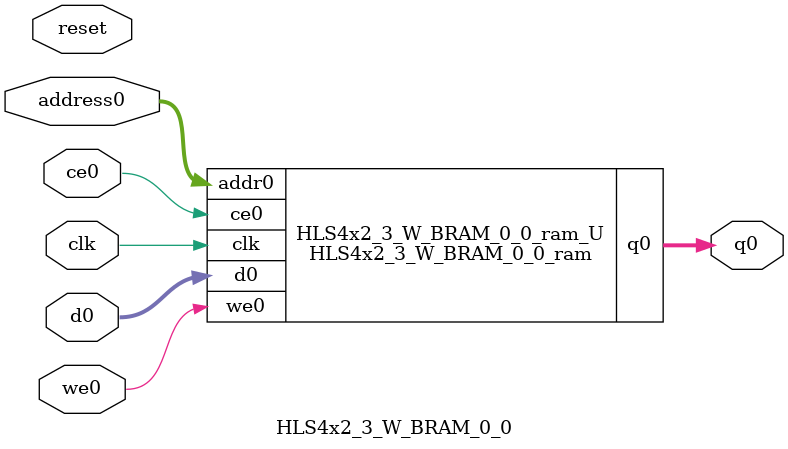
<source format=v>

`timescale 1 ns / 1 ps
module HLS4x2_3_W_BRAM_0_0_ram (addr0, ce0, d0, we0, q0,  clk);

parameter DWIDTH = 16;
parameter AWIDTH = 4;
parameter MEM_SIZE = 9;

input[AWIDTH-1:0] addr0;
input ce0;
input[DWIDTH-1:0] d0;
input we0;
output reg[DWIDTH-1:0] q0;
input clk;

(* ram_style = "distributed" *)reg [DWIDTH-1:0] ram[0:MEM_SIZE-1];




always @(posedge clk)  
begin 
    if (ce0) 
    begin
        if (we0) 
        begin 
            ram[addr0] <= d0; 
            q0 <= d0;
        end 
        else 
            q0 <= ram[addr0];
    end
end


endmodule


`timescale 1 ns / 1 ps
module HLS4x2_3_W_BRAM_0_0(
    reset,
    clk,
    address0,
    ce0,
    we0,
    d0,
    q0);

parameter DataWidth = 32'd16;
parameter AddressRange = 32'd9;
parameter AddressWidth = 32'd4;
input reset;
input clk;
input[AddressWidth - 1:0] address0;
input ce0;
input we0;
input[DataWidth - 1:0] d0;
output[DataWidth - 1:0] q0;



HLS4x2_3_W_BRAM_0_0_ram HLS4x2_3_W_BRAM_0_0_ram_U(
    .clk( clk ),
    .addr0( address0 ),
    .ce0( ce0 ),
    .d0( d0 ),
    .we0( we0 ),
    .q0( q0 ));

endmodule


</source>
